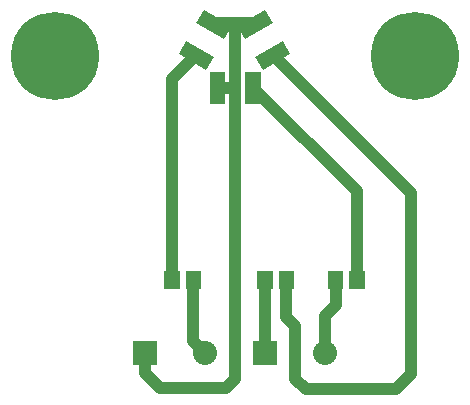
<source format=gbr>
G04 start of page 2 for group 0 idx 0 *
G04 Title: (unknown), component *
G04 Creator: pcb 4.0.2 *
G04 CreationDate: Mon Feb 22 17:57:16 2021 UTC *
G04 For: ndholmes *
G04 Format: Gerber/RS-274X *
G04 PCB-Dimensions (mil): 2000.00 2000.00 *
G04 PCB-Coordinate-Origin: lower left *
%MOIN*%
%FSLAX25Y25*%
%LNTOP*%
%ADD16C,0.0480*%
%ADD15C,0.1285*%
%ADD14C,0.0800*%
%ADD13C,0.0001*%
%ADD12C,0.2937*%
%ADD11C,0.0400*%
G54D11*X100000Y13500D02*X97000Y10500D01*
X75000D01*
X70000Y22000D02*Y15500D01*
X75000Y10500D01*
X110000Y46500D02*Y22000D01*
X86000Y46500D02*Y26000D01*
X90000Y22000D01*
X92500Y132000D02*X107000D01*
X100000D02*Y116000D01*
Y119000D02*Y13500D01*
Y110500D02*X94500D01*
X79000Y46500D02*Y113500D01*
X87000Y121500D01*
X158500Y75500D02*X112500Y121500D01*
X140500Y76000D02*X106000Y110500D01*
X130000Y22000D02*Y34500D01*
X133500Y38000D01*
Y46500D01*
X117000D02*Y34000D01*
X120000Y31000D01*
Y13500D01*
X123500Y10000D01*
X153500D01*
X158500Y15000D01*
Y75500D01*
X140500Y46500D02*Y76000D01*
G54D12*X160000Y121000D03*
X40000D03*
G54D13*G36*
X106000Y26000D02*Y18000D01*
X114000D01*
Y26000D01*
X106000D01*
G37*
G54D14*X130000Y22000D03*
G54D13*G36*
X66000Y26000D02*Y18000D01*
X74000D01*
Y26000D01*
X66000D01*
G37*
G54D14*X90000Y22000D03*
G54D13*G36*
X83726Y126259D02*X81166Y121827D01*
X90370Y116513D01*
X92929Y120945D01*
X83726Y126259D01*
G37*
G36*
X88602Y49452D02*X83484D01*
Y43548D01*
X88602D01*
Y49452D01*
G37*
G36*
X81516D02*X76398D01*
Y43548D01*
X81516D01*
Y49452D01*
G37*
G36*
X112516D02*X107398D01*
Y43548D01*
X112516D01*
Y49452D01*
G37*
G36*
X119602D02*X114484D01*
Y43548D01*
X119602D01*
Y49452D01*
G37*
G36*
X136016D02*X130898D01*
Y43548D01*
X136016D01*
Y49452D01*
G37*
G36*
X143102D02*X137984D01*
Y43548D01*
X143102D01*
Y49452D01*
G37*
G36*
X89630Y136487D02*X87071Y132055D01*
X96274Y126741D01*
X98834Y131173D01*
X89630Y136487D01*
G37*
G36*
X118334Y121827D02*X115774Y126259D01*
X106571Y120945D01*
X109130Y116513D01*
X118334Y121827D01*
G37*
G36*
X112429Y132055D02*X109870Y136487D01*
X100666Y131173D01*
X103226Y126741D01*
X112429Y132055D01*
G37*
G36*
X108464Y115814D02*X103346D01*
Y105186D01*
X108464D01*
Y115814D01*
G37*
G36*
X96654D02*X91536D01*
Y105186D01*
X96654D01*
Y115814D01*
G37*
G54D15*G54D16*M02*

</source>
